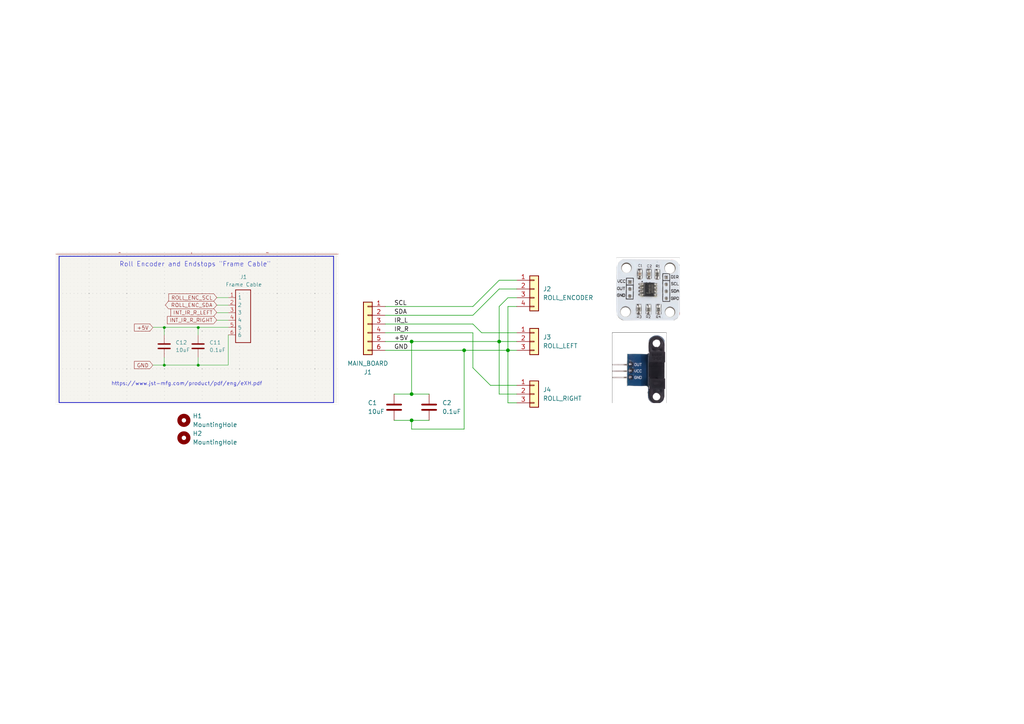
<source format=kicad_sch>
(kicad_sch (version 20250114) (generator "eeschema") (generator_version "9.0")
  (paper "A4")
  (title_block (title "SimInvent FFB Yoke Roll Patch Panel") (date "2025-11-28") (rev "11282025a") (comment 1 "Pete Dubler"))
  (lib_symbols
    (symbol "Connector_Generic:Conn_01x03" (pin_names (offset 1.016) (hide yes))
      (property "Reference" "J" (at 0 5.08 0))
      (property "Value" "Conn_01x03" (at 0 -5.08 0))
      (symbol "Conn_01x03_1_1"
        (rectangle (start -1.27 3.81) (end 1.27 -3.81) (stroke (width 0.254)) (fill (type background)))
        (rectangle (start -1.27 2.667) (end 0 2.413) (stroke (width 0.1524)))
        (rectangle (start -1.27 0.127) (end 0 -0.127) (stroke (width 0.1524)))
        (rectangle (start -1.27 -2.413) (end 0 -2.667) (stroke (width 0.1524)))
        (pin passive line (at -5.08 2.54 0) (length 3.81) (name "Pin_1") (number "1"))
        (pin passive line (at -5.08 0 0) (length 3.81) (name "Pin_2") (number "2"))
        (pin passive line (at -5.08 -2.54 0) (length 3.81) (name "Pin_3") (number "3"))
      )
    )
    (symbol "Connector_Generic:Conn_01x04" (pin_names (offset 1.016) (hide yes))
      (property "Reference" "J" (at 0 5.08 0))
      (property "Value" "Conn_01x04" (at 0 -7.62 0))
      (symbol "Conn_01x04_1_1"
        (rectangle (start -1.27 3.81) (end 1.27 -6.35) (stroke (width 0.254)) (fill (type background)))
        (rectangle (start -1.27 2.667) (end 0 2.413) (stroke (width 0.1524)))
        (rectangle (start -1.27 0.127) (end 0 -0.127) (stroke (width 0.1524)))
        (rectangle (start -1.27 -2.413) (end 0 -2.667) (stroke (width 0.1524)))
        (rectangle (start -1.27 -4.953) (end 0 -5.207) (stroke (width 0.1524)))
        (pin passive line (at -5.08 2.54 0) (length 3.81) (name "Pin_1") (number "1"))
        (pin passive line (at -5.08 0 0) (length 3.81) (name "Pin_2") (number "2"))
        (pin passive line (at -5.08 -2.54 0) (length 3.81) (name "Pin_3") (number "3"))
        (pin passive line (at -5.08 -5.08 0) (length 3.81) (name "Pin_4") (number "4"))
      )
    )
    (symbol "Connector_Generic:Conn_01x06" (pin_names (offset 1.016) (hide yes))
      (property "Reference" "J" (at 0 7.62 0))
      (property "Value" "Conn_01x06" (at 0 -10.16 0))
      (symbol "Conn_01x06_1_1"
        (rectangle (start -1.27 6.35) (end 1.27 -8.89) (stroke (width 0.254)) (fill (type background)))
        (rectangle (start -1.27 5.207) (end 0 4.953) (stroke (width 0.1524)))
        (rectangle (start -1.27 2.667) (end 0 2.413) (stroke (width 0.1524)))
        (rectangle (start -1.27 0.127) (end 0 -0.127) (stroke (width 0.1524)))
        (rectangle (start -1.27 -2.413) (end 0 -2.667) (stroke (width 0.1524)))
        (rectangle (start -1.27 -4.953) (end 0 -5.207) (stroke (width 0.1524)))
        (rectangle (start -1.27 -7.493) (end 0 -7.747) (stroke (width 0.1524)))
        (pin passive line (at -5.08 5.08 0) (length 3.81) (name "Pin_1") (number "1"))
        (pin passive line (at -5.08 2.54 0) (length 3.81) (name "Pin_2") (number "2"))
        (pin passive line (at -5.08 0 0) (length 3.81) (name "Pin_3") (number "3"))
        (pin passive line (at -5.08 -2.54 0) (length 3.81) (name "Pin_4") (number "4"))
        (pin passive line (at -5.08 -5.08 0) (length 3.81) (name "Pin_5") (number "5"))
        (pin passive line (at -5.08 -7.62 0) (length 3.81) (name "Pin_6") (number "6"))
      )
    )
    (symbol "Device:C" (pin_numbers (hide yes)) (pin_names (offset 0.254))
      (property "Reference" "C" (at 0.635 2.54 0))
      (property "Value" "C" (at 0.635 -2.54 0))
      (symbol "C_0_1"
        (polyline (pts (xy -2.032 0.762) (xy 2.032 0.762)) (stroke (width 0.508)))
        (polyline (pts (xy -2.032 -0.762) (xy 2.032 -0.762)) (stroke (width 0.508)))
      )
      (symbol "C_1_1"
        (pin passive line (at 0 3.81 270) (length 2.794) (name "~") (number "1"))
        (pin passive line (at 0 -3.81 90) (length 2.794) (name "~") (number "2"))
      )
    )
    (symbol "Mechanical:MountingHole" (pin_names (offset 1.016)) (in_bom no)
      (property "Reference" "H" (at 0 5.08 0))
      (property "Value" "MountingHole" (at 0 3.175 0))
      (symbol "MountingHole_0_1"
        (circle (center 0 0) (radius 1.27) (stroke (width 1.27)))
      )
    )
  )
  (junction (at 119.38 121.92))
  (junction (at 119.38 114.3))
  (junction (at 144.78 99.06))
  (junction (at 134.62 101.6))
  (junction (at 119.38 99.06))
  (junction (at 147.32 101.6))
  (wire (pts (xy 114.3 121.92) (xy 119.38 121.92)))
  (wire (pts (xy 142.24 111.76) (xy 149.86 111.76)))
  (wire (pts (xy 147.32 101.6) (xy 147.32 116.84)))
  (wire (pts (xy 147.32 88.9) (xy 147.32 101.6)))
  (wire (pts (xy 111.76 93.98) (xy 137.16 93.98)))
  (wire (pts (xy 149.86 86.36) (xy 147.32 86.36)))
  (wire (pts (xy 139.7 96.52) (xy 149.86 96.52)))
  (wire (pts (xy 119.38 121.92) (xy 124.46 121.92)))
  (wire (pts (xy 119.38 99.06) (xy 119.38 114.3)))
  (wire (pts (xy 144.78 83.82) (xy 149.86 83.82)))
  (wire (pts (xy 144.78 99.06) (xy 149.86 99.06)))
  (wire (pts (xy 144.78 114.3) (xy 149.86 114.3)))
  (wire (pts (xy 134.62 101.6) (xy 147.32 101.6)))
  (wire (pts (xy 137.16 106.68) (xy 142.24 111.76)))
  (wire (pts (xy 119.38 99.06) (xy 144.78 99.06)))
  (wire (pts (xy 147.32 88.9) (xy 149.86 88.9)))
  (wire (pts (xy 119.38 124.46) (xy 134.62 124.46)))
  (wire (pts (xy 147.32 101.6) (xy 149.86 101.6)))
  (wire (pts (xy 119.38 121.92) (xy 119.38 124.46)))
  (wire (pts (xy 147.32 86.36) (xy 144.78 88.9)))
  (wire (pts (xy 111.76 96.52) (xy 137.16 96.52)))
  (wire (pts (xy 144.78 99.06) (xy 144.78 114.3)))
  (wire (pts (xy 147.32 116.84) (xy 149.86 116.84)))
  (wire (pts (xy 137.16 93.98) (xy 139.7 96.52)))
  (wire (pts (xy 119.38 114.3) (xy 124.46 114.3)))
  (wire (pts (xy 137.16 88.9) (xy 144.78 81.28)))
  (wire (pts (xy 144.78 81.28) (xy 149.86 81.28)))
  (wire (pts (xy 111.76 88.9) (xy 137.16 88.9)))
  (wire (pts (xy 111.76 99.06) (xy 119.38 99.06)))
  (wire (pts (xy 134.62 101.6) (xy 134.62 124.46)))
  (wire (pts (xy 137.16 96.52) (xy 137.16 106.68)))
  (wire (pts (xy 114.3 114.3) (xy 119.38 114.3)))
  (wire (pts (xy 111.76 101.6) (xy 134.62 101.6)))
  (wire (pts (xy 144.78 88.9) (xy 144.78 99.06)))
  (wire (pts (xy 111.76 91.44) (xy 137.16 91.44)))
  (wire (pts (xy 137.16 91.44) (xy 144.78 83.82)))
  (image (at 57.15 95.25) (scale 0.367774))
  (image (at 185.42 106.68) (scale 0.117235))
  (image (at 187.96 83.82) (scale 0.115274))
  (label "+5V" (at 114.3 99.06 0))
  (label "SCL" (at 114.3 88.9 0))
  (label "GND" (at 114.3 101.6 0))
  (label "IR_R" (at 114.3 96.52 0))
  (label "IR_L" (at 114.3 93.98 0))
  (label "SDA" (at 114.3 91.44 0))
  (symbol (lib_id "Connector_Generic:Conn_01x03") (at 154.94 114.3 0) (unit 1)
    (property "Reference" "J4" (at 157.48 113.0299 0) (effects (justify left)))
    (property "Value" "ROLL_RIGHT" (at 157.48 115.5699 0) (effects (justify left)))
    (property "Footprint" "Connector_JST:JST_XH_B3B-XH-A_1x03_P2.50mm_Vertical" (effects (hide yes)))
    (property "Description" "Generic connector, single row, 01x03, script generated (kicad-library-utils/schlib/autogen/connector/)" (effects (hide yes)))
  )
  (symbol (lib_id "Device:C") (at 124.46 118.11 0) (unit 1)
    (property "Reference" "C2" (at 128.27 116.8399 0) (effects (justify left)))
    (property "Value" "0.1uF" (at 128.27 119.3799 0) (effects (justify left)))
    (property "Footprint" "MyFootprints2:DUAL_CAP_2.5mm_0603" (effects (hide yes)))
    (property "Description" "Unpolarized capacitor" (effects (hide yes)))
  )
  (symbol (lib_id "Connector_Generic:Conn_01x03") (at 154.94 99.06 0) (unit 1)
    (property "Reference" "J3" (at 157.48 97.7899 0) (effects (justify left)))
    (property "Value" "ROLL_LEFT" (at 157.48 100.3299 0) (effects (justify left)))
    (property "Footprint" "Connector_JST:JST_XH_B3B-XH-A_1x03_P2.50mm_Vertical" (effects (hide yes)))
    (property "Description" "Generic connector, single row, 01x03, script generated (kicad-library-utils/schlib/autogen/connector/)" (effects (hide yes)))
  )
  (symbol (lib_id "Device:C") (at 114.3 118.11 0) (unit 1)
    (property "Reference" "C1" (at 106.68 116.84 0) (effects (justify left)))
    (property "Value" "10uF" (at 106.68 119.38 0) (effects (justify left)))
    (property "Footprint" "MyFootprints2:DUAL_CAP_2.5mm_0603" (effects (hide yes)))
    (property "Description" "Unpolarized capacitor" (effects (hide yes)))
  )
  (symbol (lib_id "Mechanical:MountingHole") (at 53.34 127 0) (unit 1) (in_bom no)
    (property "Reference" "H2" (at 55.88 125.7299 0) (effects (justify left)))
    (property "Value" "MountingHole" (at 55.88 128.2699 0) (effects (justify left)))
    (property "Footprint" "MountingHole:MountingHole_3.2mm_M3_DIN965" (effects (hide yes)))
    (property "Description" "Mounting Hole without connection" (effects (hide yes)))
  )
  (symbol (lib_id "Connector_Generic:Conn_01x06") (at 106.68 93.98 0) (mirror y) (unit 1)
    (property "Reference" "J1" (at 106.68 107.95 0))
    (property "Value" "MAIN_BOARD" (at 106.68 105.41 0))
    (property "Footprint" "Connector_JST:JST_XH_B6B-XH-A_1x06_P2.50mm_Vertical" (effects (hide yes)))
    (property "Description" "Generic connector, single row, 01x06, script generated (kicad-library-utils/schlib/autogen/connector/)" (effects (hide yes)))
  )
  (symbol (lib_id "Mechanical:MountingHole") (at 53.34 121.92 0) (unit 1) (in_bom no)
    (property "Reference" "H1" (at 55.88 120.6499 0) (effects (justify left)))
    (property "Value" "MountingHole" (at 55.88 123.1899 0) (effects (justify left)))
    (property "Footprint" "MountingHole:MountingHole_3.2mm_M3_DIN965" (effects (hide yes)))
    (property "Description" "Mounting Hole without connection" (effects (hide yes)))
  )
  (symbol (lib_id "Connector_Generic:Conn_01x04") (at 154.94 83.82 0) (unit 1)
    (property "Reference" "J2" (at 157.48 83.8199 0) (effects (justify left)))
    (property "Value" "ROLL_ENCODER" (at 157.48 86.3599 0) (effects (justify left)))
    (property "Footprint" "Connector_JST:JST_XH_B4B-XH-A_1x04_P2.50mm_Vertical" (effects (hide yes)))
    (property "Description" "Generic connector, single row, 01x04, script generated (kicad-library-utils/schlib/autogen/connector/)" (effects (hide yes)))
  )
)
</source>
